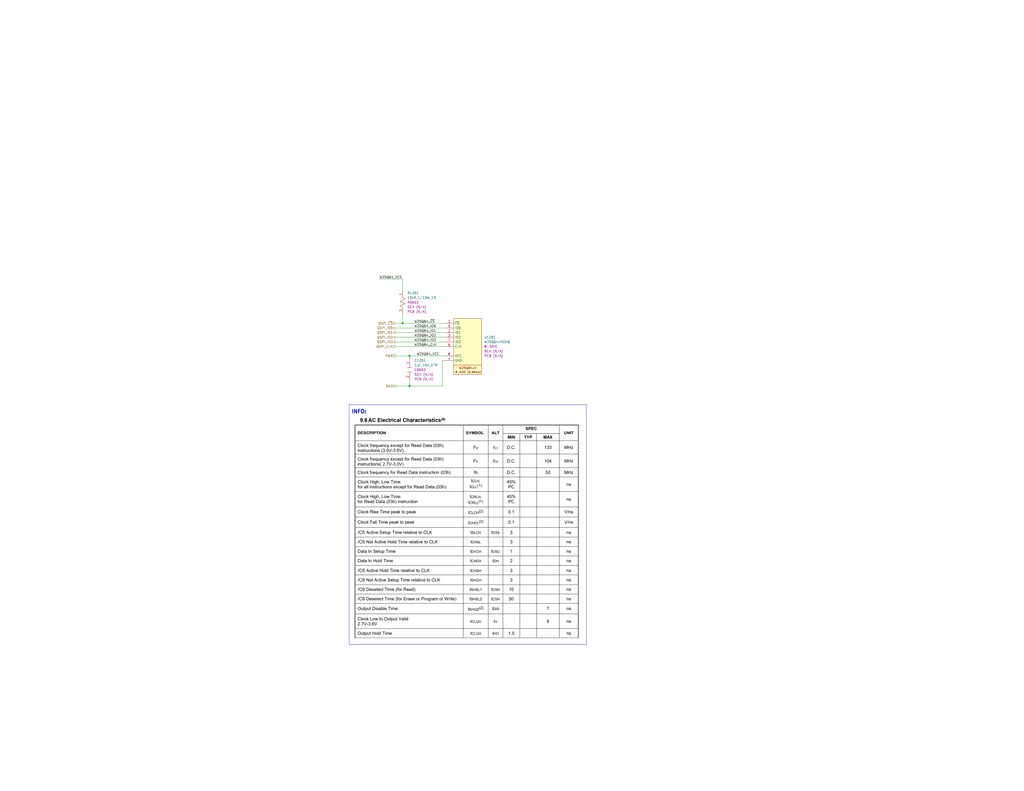
<source format=kicad_sch>
(kicad_sch (version 20231120) (generator "eeschema") (generator_version "8.0")
  (paper "C")
  (title_block (comment 2 "DRAFT"))
  (lib_symbols
    (symbol "_SCHLIB_Qcopter:CAP_CER_1uF_10V_X7R_C0603"
      (property "Reference" "C" (at 3.556 4.064 0))
      (property "Value" "1uF_10V_X7R" (at 3.81 6.604 0))
      (property "Package" "C0603" (at 3.81 35.306 0))
      (property "SCH CHECK" "SCH (N/A)" (at 3.81 29.972 0))
      (property "PCB CHECK" "PCB (N/A)" (at 3.81 32.512 0))
      (symbol "CAP_CER_1uF_10V_X7R_C0603_0_0"
        (polyline (pts (xy 5.08 1.27) (xy 5.08 -1.27)))
        (polyline (pts (xy 7.62 1.27) (xy 7.62 -1.27)))
      )
      (symbol "CAP_CER_1uF_10V_X7R_C0603_1_1"
        (pin passive line (at 0 0 0) (length 5.08) (name "") (number "1"))
        (pin passive line (at 12.7 0 180) (length 5.08) (name "") (number "2"))
      )
    )
    (symbol "_SCHLIB_Qcopter:IC_MEM_W25Q64JVSSIQ_64MBIT_NOR_QSPI/SPI_8-SOIC"
      (property "Reference" "U" (at 3.556 4.064 0))
      (property "Value" "W25Q64JVSSIQ" (at 3.81 6.604 0))
      (property "Package" "8-SOIC" (at 3.556 34.29 0))
      (property "SCH CHECK" "SCH (N/A)" (at 3.556 29.464 0))
      (property "PCB CHECK" "PCB (N/A)" (at 3.556 31.75 0))
      (symbol "IC_MEM_W25Q64JVSSIQ_64MBIT_NOR_QSPI/SPI_8-SOIC_1_1"
        (polyline (pts (xy 0 -25.4) (xy 15.24 -25.4)))
        (rectangle (start 0 0) (end 15.24 -30.48) (fill (type background)))
        (text "8-SOIC (5.30mm)" (at 7.874 -29.21 0) (effects (font (size 1.016 1.016))))
        (text "W25Q64JV" (at 7.62 -26.924 0) (effects (font (size 1.27 1.27))))
        (pin passive line (at -5.08 -2.54 0) (length 5.08) (name "~{CS}") (number "1"))
        (pin passive line (at -5.08 -7.62 0) (length 5.08) (name "IO1") (number "2"))
        (pin passive line (at -5.08 -10.16 0) (length 5.08) (name "IO2") (number "3"))
        (pin passive line (at -5.08 -22.86 0) (length 5.08) (name "GND") (number "4"))
        (pin passive line (at -5.08 -5.08 0) (length 5.08) (name "IO0") (number "5"))
        (pin passive line (at -5.08 -15.24 0) (length 5.08) (name "CLK") (number "6"))
        (pin passive line (at -5.08 -12.7 0) (length 5.08) (name "IO3") (number "7"))
        (pin passive line (at -5.08 -20.32 0) (length 5.08) (name "VCC") (number "8"))
      )
    )
    (symbol "_SCHLIB_Qcopter:RES_10kR_1/10W_1%_R0603"
      (property "Reference" "R" (at 3.302 4.572 0))
      (property "Value" "10kR_1/10W_1%" (at 3.302 6.858 0))
      (property "Package" "R0603" (at 3.302 31.242 0))
      (property "SCH CHECK" "SCH (N/A)" (at 3.302 26.67 0))
      (property "PCB CHECK" "PCB (N/A)" (at 3.302 28.956 0))
      (symbol "RES_10kR_1/10W_1%_R0603_0_0"
        (polyline (pts (xy 3.81 0) (xy 4.445 1.27) (xy 5.715 -1.27) (xy 6.985 1.27) (xy 8.255 -1.27) (xy 8.89 0)))
      )
      (symbol "RES_10kR_1/10W_1%_R0603_1_1"
        (pin passive line (at 0 0 0) (length 3.81) (name "") (number "1"))
        (pin passive line (at 12.7 0 180) (length 3.81) (name "") (number "2"))
      )
    )
  )
  (junction (at 223.52 210.82))
  (junction (at 219.71 176.53))
  (junction (at 223.52 194.31))
  (wire (pts (xy 241.3 210.82) (xy 241.3 196.85)))
  (wire (pts (xy 223.52 208.28) (xy 223.52 210.82)))
  (wire (pts (xy 215.9 184.15) (xy 242.57 184.15)))
  (wire (pts (xy 223.52 194.31) (xy 223.52 195.58)))
  (wire (pts (xy 219.71 176.53) (xy 242.57 176.53)))
  (polyline (pts (xy 190.5 220.98) (xy 190.5 351.79)))
  (polyline (pts (xy 320.04 351.79) (xy 190.5 351.79)))
  (wire (pts (xy 223.52 194.31) (xy 242.57 194.31)))
  (wire (pts (xy 207.01 152.4) (xy 219.71 152.4)))
  (polyline (pts (xy 190.5 220.98) (xy 320.04 220.98)))
  (wire (pts (xy 215.9 189.23) (xy 242.57 189.23)))
  (wire (pts (xy 215.9 186.69) (xy 242.57 186.69)))
  (polyline (pts (xy 320.04 220.98) (xy 320.04 351.79)))
  (wire (pts (xy 215.9 179.07) (xy 242.57 179.07)))
  (wire (pts (xy 223.52 210.82) (xy 241.3 210.82)))
  (wire (pts (xy 215.9 176.53) (xy 219.71 176.53)))
  (wire (pts (xy 241.3 196.85) (xy 242.57 196.85)))
  (wire (pts (xy 219.71 171.45) (xy 219.71 176.53)))
  (wire (pts (xy 215.9 194.31) (xy 223.52 194.31)))
  (wire (pts (xy 215.9 210.82) (xy 223.52 210.82)))
  (wire (pts (xy 215.9 181.61) (xy 242.57 181.61)))
  (wire (pts (xy 219.71 152.4) (xy 219.71 158.75)))
  (image (at 255.27 288.29) (scale 0.561548))
  (text "INFO:" (at 191.77 226.06 0) (effects (font (size 2 2) (thickness 0.4) (bold yes)) (justify left bottom)))
  (label "W25Q64_VCC" (at 227.33 194.31 0))
  (label "W25Q64_VCC" (at 207.01 152.4 0))
  (label "W25Q64_IO2" (at 226.06 184.15 0))
  (label "W25Q64_~{CS}" (at 226.06 176.53 0))
  (label "W25Q64_IO1" (at 226.06 181.61 0))
  (label "W25Q64_IO3" (at 226.06 186.69 0))
  (label "W25Q64_CLK" (at 226.06 189.23 0))
  (label "W25Q64_IO0" (at 226.06 179.07 0))
  (hierarchical_label "QSPI_IO0" (shape bidirectional) (at 215.9 179.07 180))
  (hierarchical_label "QSPI_IO3" (shape bidirectional) (at 215.9 186.69 180))
  (hierarchical_label "QSPI_IO1" (shape bidirectional) (at 215.9 181.61 180))
  (hierarchical_label "QSPI_IO2" (shape bidirectional) (at 215.9 184.15 180))
  (hierarchical_label "QSPI_~{CS}" (shape input) (at 215.9 176.53 180))
  (hierarchical_label "PWR" (shape passive) (at 215.9 194.31 180))
  (hierarchical_label "GND" (shape passive) (at 215.9 210.82 180))
  (hierarchical_label "QSPI_CLK" (shape input) (at 215.9 189.23 180))
  (symbol (lib_id "_SCHLIB_Qcopter:CAP_CER_1uF_10V_X7R_C0603") (at 223.52 195.58 270) (unit 1)
    (property "Reference" "C1201" (at 226.06 196.8499 90) (effects (justify left)))
    (property "Value" "1uF_10V_X7R" (at 226.06 199.3899 90) (effects (justify left)))
    (property "Footprint" "Capacitor_SMD:C_0603_1608Metric" (effects (hide yes)))
    (property "Datasheet" "https://mm.digikey.com/Volume0/opasdata/d220001/medias/docus/3584/CL10B105KP8NNNC_Spec.pdf" (effects (hide yes)))
    (property "Description" "1 µF ±10% 10V Ceramic Capacitor X7R 0603 (1608 Metric)" (effects (hide yes)))
    (property "Package" "C0603" (at 226.06 201.9299 90) (effects (justify left)))
    (property "Part Number (Manufacturer)" "CL10B105KP8NNNC" (effects (hide yes)))
    (property "Manufacturer" "Samsung Electro-Mechanics" (effects (hide yes)))
    (property "Part Number (Vendor)" "1276-1946-2-ND" (effects (hide yes)))
    (property "Vendor" "Digikey" (effects (hide yes)))
    (property "Purchase Link" "https://www.digikey.ca/en/products/detail/samsung-electro-mechanics/CL10B105KP8NNNC/3887604" (effects (hide yes)))
    (property "SCH CHECK" "SCH (N/A)" (at 226.06 204.4699 90) (effects (justify left)))
    (property "PCB CHECK" "PCB (N/A)" (at 226.06 207.0099 90) (effects (justify left)))
  )
  (symbol (lib_id "_SCHLIB_Qcopter:IC_MEM_W25Q64JVSSIQ_64MBIT_NOR_QSPI/SPI_8-SOIC") (at 247.65 173.99 0) (unit 1)
    (property "Reference" "U1201" (at 264.16 184.1499 0) (effects (justify left)))
    (property "Value" "W25Q64JVSSIQ" (at 264.16 186.6899 0) (effects (justify left)))
    (property "Footprint" "Package_SO:SOIC-8_5.23x5.23mm_P1.27mm" (effects (hide yes)))
    (property "Datasheet" "https://www.winbond.com/resource-files/w25q64jv%20revj%2003272018%20plus.pdf" (effects (hide yes)))
    (property "Description" "FLASH - NOR Memory IC 64Mbit SPI - Quad I/O 133 MHz 8-SOIC" (effects (hide yes)))
    (property "Package" "8-SOIC" (at 264.16 189.2299 0) (effects (justify left)))
    (property "Part Number (Manufacturer)" "W25Q64JVSSIQ" (effects (hide yes)))
    (property "Manufacturer" "Winbond Electronics" (effects (hide yes)))
    (property "Part Number (Vendor)" "W25Q64JVSSIQ-ND" (effects (hide yes)))
    (property "Vendor" "Digikey" (effects (hide yes)))
    (property "Purchase Link" "https://www.digikey.ca/en/products/detail/winbond-electronics/W25Q64JVSSIQ/5803992" (effects (hide yes)))
    (property "SCH CHECK" "SCH (N/A)" (at 264.16 191.7699 0) (effects (justify left)))
    (property "PCB CHECK" "PCB (N/A)" (at 264.16 194.3099 0) (effects (justify left)))
  )
  (symbol (lib_id "_SCHLIB_Qcopter:RES_10kR_1/10W_1%_R0603") (at 219.71 158.75 270) (unit 1)
    (property "Reference" "R1201" (at 222.25 160.0199 90) (effects (justify left)))
    (property "Value" "10kR_1/10W_1%" (at 222.25 162.5599 90) (effects (justify left)))
    (property "Footprint" "Resistor_SMD:R_0603_1608Metric" (effects (hide yes)))
    (property "Datasheet" "https://www.seielect.com/catalog/sei-rmcf_rmcp.pdf" (effects (hide yes)))
    (property "Description" "10 kOhms ±1% 0.1W, 1/10W Chip Resistor 0603 (1608 Metric) Automotive AEC-Q200 Thick Film" (effects (hide yes)))
    (property "Package" "R0603" (at 222.25 165.0999 90) (effects (justify left)))
    (property "Part Number (Manufacturer)" "RMCF0603FT10K0" (effects (hide yes)))
    (property "Manufacturer" "Stackpole Electronics Inc" (effects (hide yes)))
    (property "Part Number (Vendor)" "RMCF0603FT10K0TR-ND" (effects (hide yes)))
    (property "Vendor" "Digikey" (effects (hide yes)))
    (property "Purchase Link" "https://www.digikey.ca/en/products/detail/stackpole-electronics-inc/RMCF0603FT10K0/1761235" (effects (hide yes)))
    (property "SCH CHECK" "SCH (N/A)" (at 222.25 167.6399 90) (effects (justify left)))
    (property "PCB CHECK" "PCB (N/A)" (at 222.25 170.1799 90) (effects (justify left)))
  )
)
</source>
